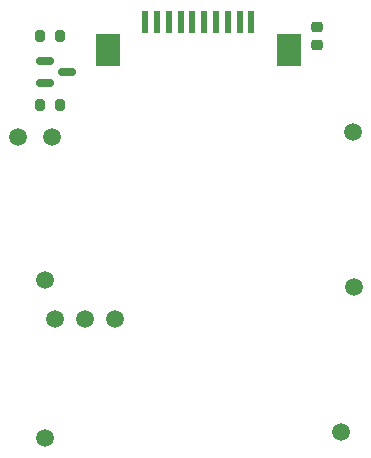
<source format=gbr>
%TF.GenerationSoftware,KiCad,Pcbnew,(5.99.0-10573-gc33b2cfa8d)*%
%TF.CreationDate,2021-05-20T09:22:53+02:00*%
%TF.ProjectId,sucker-one-ui-board,7375636b-6572-42d6-9f6e-652d75692d62,rev?*%
%TF.SameCoordinates,Original*%
%TF.FileFunction,Soldermask,Bot*%
%TF.FilePolarity,Negative*%
%FSLAX46Y46*%
G04 Gerber Fmt 4.6, Leading zero omitted, Abs format (unit mm)*
G04 Created by KiCad (PCBNEW (5.99.0-10573-gc33b2cfa8d)) date 2021-05-20 09:22:53*
%MOMM*%
%LPD*%
G01*
G04 APERTURE LIST*
G04 Aperture macros list*
%AMRoundRect*
0 Rectangle with rounded corners*
0 $1 Rounding radius*
0 $2 $3 $4 $5 $6 $7 $8 $9 X,Y pos of 4 corners*
0 Add a 4 corners polygon primitive as box body*
4,1,4,$2,$3,$4,$5,$6,$7,$8,$9,$2,$3,0*
0 Add four circle primitives for the rounded corners*
1,1,$1+$1,$2,$3*
1,1,$1+$1,$4,$5*
1,1,$1+$1,$6,$7*
1,1,$1+$1,$8,$9*
0 Add four rect primitives between the rounded corners*
20,1,$1+$1,$2,$3,$4,$5,0*
20,1,$1+$1,$4,$5,$6,$7,0*
20,1,$1+$1,$6,$7,$8,$9,0*
20,1,$1+$1,$8,$9,$2,$3,0*%
G04 Aperture macros list end*
%ADD10RoundRect,0.225000X-0.250000X0.225000X-0.250000X-0.225000X0.250000X-0.225000X0.250000X0.225000X0*%
%ADD11C,1.500000*%
%ADD12RoundRect,0.200000X-0.200000X-0.275000X0.200000X-0.275000X0.200000X0.275000X-0.200000X0.275000X0*%
%ADD13R,0.599999X1.899999*%
%ADD14R,2.100001X2.799999*%
%ADD15RoundRect,0.150000X-0.587500X-0.150000X0.587500X-0.150000X0.587500X0.150000X-0.587500X0.150000X0*%
%ADD16RoundRect,0.200000X0.200000X0.275000X-0.200000X0.275000X-0.200000X-0.275000X0.200000X-0.275000X0*%
G04 APERTURE END LIST*
D10*
%TO.C,C7*%
X91719400Y-68846400D03*
X91719400Y-70396400D03*
%TD*%
D11*
%TO.C,TP9*%
X72085200Y-93573600D03*
%TD*%
%TO.C,TP3*%
X68707000Y-90297000D03*
%TD*%
D12*
%TO.C,R1*%
X68263000Y-69596000D03*
X69913000Y-69596000D03*
%TD*%
D13*
%TO.C,J1*%
X86160996Y-68420999D03*
X85160996Y-68420999D03*
X84160995Y-68420999D03*
X83160997Y-68420999D03*
X82160996Y-68420999D03*
X81160996Y-68420999D03*
X80160995Y-68420999D03*
X79160995Y-68420999D03*
X78160997Y-68420999D03*
X77160996Y-68420999D03*
D14*
X89310997Y-70770999D03*
X74010998Y-70770999D03*
%TD*%
D11*
%TO.C,TP4*%
X94767400Y-77724000D03*
%TD*%
%TO.C,TP2*%
X69240400Y-78130400D03*
%TD*%
%TO.C,TP7*%
X93700600Y-103124000D03*
%TD*%
%TO.C,TP5*%
X68681600Y-103657400D03*
%TD*%
%TO.C,TP1*%
X74625200Y-93573600D03*
%TD*%
D15*
%TO.C,Q1*%
X68658500Y-73594000D03*
X68658500Y-71694000D03*
X70533500Y-72644000D03*
%TD*%
D11*
%TO.C,TP8*%
X66370200Y-78130400D03*
%TD*%
%TO.C,TP10*%
X69545200Y-93573600D03*
%TD*%
%TO.C,TP6*%
X94818200Y-90830400D03*
%TD*%
D16*
%TO.C,R2*%
X69913000Y-75438000D03*
X68263000Y-75438000D03*
%TD*%
M02*

</source>
